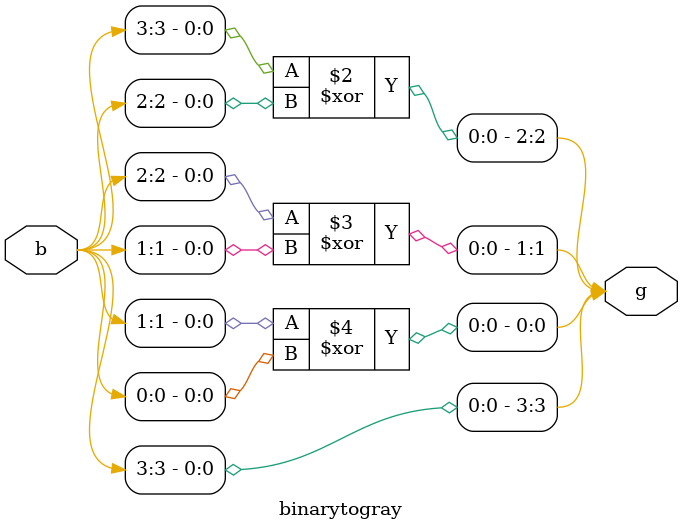
<source format=v>
module binarytogray(input[3:0]b,
output reg[3:0]g);
always @(b)begin
    g[3]=b[3];
    g[2]=b[3]^b[2];
    g[1]=b[2]^b[1];
    g[0]=b[1]^b[0];
end
endmodule


</source>
